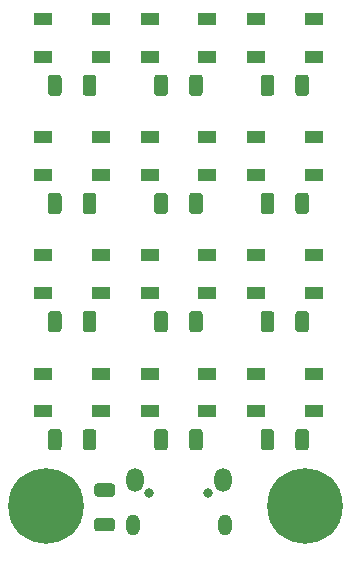
<source format=gbr>
%TF.GenerationSoftware,KiCad,Pcbnew,(5.1.12-1-10_14)*%
%TF.CreationDate,2022-01-26T17:57:44+01:00*%
%TF.ProjectId,tiny-led-esp32,74696e79-2d6c-4656-942d-65737033322e,rev?*%
%TF.SameCoordinates,Original*%
%TF.FileFunction,Soldermask,Top*%
%TF.FilePolarity,Negative*%
%FSLAX46Y46*%
G04 Gerber Fmt 4.6, Leading zero omitted, Abs format (unit mm)*
G04 Created by KiCad (PCBNEW (5.1.12-1-10_14)) date 2022-01-26 17:57:44*
%MOMM*%
%LPD*%
G01*
G04 APERTURE LIST*
%ADD10C,0.800000*%
%ADD11C,6.400000*%
%ADD12O,0.800000X0.800000*%
%ADD13O,1.150000X1.800000*%
%ADD14O,1.450000X2.000000*%
%ADD15R,1.500000X1.000000*%
G04 APERTURE END LIST*
D10*
%TO.C,H2*%
X165400056Y-123905944D03*
X163703000Y-123203000D03*
X162005944Y-123905944D03*
X161303000Y-125603000D03*
X162005944Y-127300056D03*
X163703000Y-128003000D03*
X165400056Y-127300056D03*
X166103000Y-125603000D03*
D11*
X163703000Y-125603000D03*
%TD*%
D10*
%TO.C,H1*%
X143505256Y-123905944D03*
X141808200Y-123203000D03*
X140111144Y-123905944D03*
X139408200Y-125603000D03*
X140111144Y-127300056D03*
X141808200Y-128003000D03*
X143505256Y-127300056D03*
X144208200Y-125603000D03*
D11*
X141808200Y-125603000D03*
%TD*%
%TO.C,R1*%
G36*
G01*
X147373501Y-124832000D02*
X146123499Y-124832000D01*
G75*
G02*
X145873500Y-124582001I0J249999D01*
G01*
X145873500Y-123956999D01*
G75*
G02*
X146123499Y-123707000I249999J0D01*
G01*
X147373501Y-123707000D01*
G75*
G02*
X147623500Y-123956999I0J-249999D01*
G01*
X147623500Y-124582001D01*
G75*
G02*
X147373501Y-124832000I-249999J0D01*
G01*
G37*
G36*
G01*
X147373501Y-127757000D02*
X146123499Y-127757000D01*
G75*
G02*
X145873500Y-127507001I0J249999D01*
G01*
X145873500Y-126881999D01*
G75*
G02*
X146123499Y-126632000I249999J0D01*
G01*
X147373501Y-126632000D01*
G75*
G02*
X147623500Y-126881999I0J-249999D01*
G01*
X147623500Y-127507001D01*
G75*
G02*
X147373501Y-127757000I-249999J0D01*
G01*
G37*
%TD*%
%TO.C,C13*%
G36*
G01*
X161100000Y-119349999D02*
X161100000Y-120650001D01*
G75*
G02*
X160850001Y-120900000I-249999J0D01*
G01*
X160199999Y-120900000D01*
G75*
G02*
X159950000Y-120650001I0J249999D01*
G01*
X159950000Y-119349999D01*
G75*
G02*
X160199999Y-119100000I249999J0D01*
G01*
X160850001Y-119100000D01*
G75*
G02*
X161100000Y-119349999I0J-249999D01*
G01*
G37*
G36*
G01*
X164050000Y-119349999D02*
X164050000Y-120650001D01*
G75*
G02*
X163800001Y-120900000I-249999J0D01*
G01*
X163149999Y-120900000D01*
G75*
G02*
X162900000Y-120650001I0J249999D01*
G01*
X162900000Y-119349999D01*
G75*
G02*
X163149999Y-119100000I249999J0D01*
G01*
X163800001Y-119100000D01*
G75*
G02*
X164050000Y-119349999I0J-249999D01*
G01*
G37*
%TD*%
%TO.C,C12*%
G36*
G01*
X152100000Y-119349999D02*
X152100000Y-120650001D01*
G75*
G02*
X151850001Y-120900000I-249999J0D01*
G01*
X151199999Y-120900000D01*
G75*
G02*
X150950000Y-120650001I0J249999D01*
G01*
X150950000Y-119349999D01*
G75*
G02*
X151199999Y-119100000I249999J0D01*
G01*
X151850001Y-119100000D01*
G75*
G02*
X152100000Y-119349999I0J-249999D01*
G01*
G37*
G36*
G01*
X155050000Y-119349999D02*
X155050000Y-120650001D01*
G75*
G02*
X154800001Y-120900000I-249999J0D01*
G01*
X154149999Y-120900000D01*
G75*
G02*
X153900000Y-120650001I0J249999D01*
G01*
X153900000Y-119349999D01*
G75*
G02*
X154149999Y-119100000I249999J0D01*
G01*
X154800001Y-119100000D01*
G75*
G02*
X155050000Y-119349999I0J-249999D01*
G01*
G37*
%TD*%
%TO.C,C11*%
G36*
G01*
X143100000Y-119349999D02*
X143100000Y-120650001D01*
G75*
G02*
X142850001Y-120900000I-249999J0D01*
G01*
X142199999Y-120900000D01*
G75*
G02*
X141950000Y-120650001I0J249999D01*
G01*
X141950000Y-119349999D01*
G75*
G02*
X142199999Y-119100000I249999J0D01*
G01*
X142850001Y-119100000D01*
G75*
G02*
X143100000Y-119349999I0J-249999D01*
G01*
G37*
G36*
G01*
X146050000Y-119349999D02*
X146050000Y-120650001D01*
G75*
G02*
X145800001Y-120900000I-249999J0D01*
G01*
X145149999Y-120900000D01*
G75*
G02*
X144900000Y-120650001I0J249999D01*
G01*
X144900000Y-119349999D01*
G75*
G02*
X145149999Y-119100000I249999J0D01*
G01*
X145800001Y-119100000D01*
G75*
G02*
X146050000Y-119349999I0J-249999D01*
G01*
G37*
%TD*%
%TO.C,C10*%
G36*
G01*
X144900000Y-110650001D02*
X144900000Y-109349999D01*
G75*
G02*
X145149999Y-109100000I249999J0D01*
G01*
X145800001Y-109100000D01*
G75*
G02*
X146050000Y-109349999I0J-249999D01*
G01*
X146050000Y-110650001D01*
G75*
G02*
X145800001Y-110900000I-249999J0D01*
G01*
X145149999Y-110900000D01*
G75*
G02*
X144900000Y-110650001I0J249999D01*
G01*
G37*
G36*
G01*
X141950000Y-110650001D02*
X141950000Y-109349999D01*
G75*
G02*
X142199999Y-109100000I249999J0D01*
G01*
X142850001Y-109100000D01*
G75*
G02*
X143100000Y-109349999I0J-249999D01*
G01*
X143100000Y-110650001D01*
G75*
G02*
X142850001Y-110900000I-249999J0D01*
G01*
X142199999Y-110900000D01*
G75*
G02*
X141950000Y-110650001I0J249999D01*
G01*
G37*
%TD*%
%TO.C,C9*%
G36*
G01*
X153900000Y-110650001D02*
X153900000Y-109349999D01*
G75*
G02*
X154149999Y-109100000I249999J0D01*
G01*
X154800001Y-109100000D01*
G75*
G02*
X155050000Y-109349999I0J-249999D01*
G01*
X155050000Y-110650001D01*
G75*
G02*
X154800001Y-110900000I-249999J0D01*
G01*
X154149999Y-110900000D01*
G75*
G02*
X153900000Y-110650001I0J249999D01*
G01*
G37*
G36*
G01*
X150950000Y-110650001D02*
X150950000Y-109349999D01*
G75*
G02*
X151199999Y-109100000I249999J0D01*
G01*
X151850001Y-109100000D01*
G75*
G02*
X152100000Y-109349999I0J-249999D01*
G01*
X152100000Y-110650001D01*
G75*
G02*
X151850001Y-110900000I-249999J0D01*
G01*
X151199999Y-110900000D01*
G75*
G02*
X150950000Y-110650001I0J249999D01*
G01*
G37*
%TD*%
%TO.C,C8*%
G36*
G01*
X162900000Y-110650001D02*
X162900000Y-109349999D01*
G75*
G02*
X163149999Y-109100000I249999J0D01*
G01*
X163800001Y-109100000D01*
G75*
G02*
X164050000Y-109349999I0J-249999D01*
G01*
X164050000Y-110650001D01*
G75*
G02*
X163800001Y-110900000I-249999J0D01*
G01*
X163149999Y-110900000D01*
G75*
G02*
X162900000Y-110650001I0J249999D01*
G01*
G37*
G36*
G01*
X159950000Y-110650001D02*
X159950000Y-109349999D01*
G75*
G02*
X160199999Y-109100000I249999J0D01*
G01*
X160850001Y-109100000D01*
G75*
G02*
X161100000Y-109349999I0J-249999D01*
G01*
X161100000Y-110650001D01*
G75*
G02*
X160850001Y-110900000I-249999J0D01*
G01*
X160199999Y-110900000D01*
G75*
G02*
X159950000Y-110650001I0J249999D01*
G01*
G37*
%TD*%
%TO.C,C7*%
G36*
G01*
X161100000Y-99349999D02*
X161100000Y-100650001D01*
G75*
G02*
X160850001Y-100900000I-249999J0D01*
G01*
X160199999Y-100900000D01*
G75*
G02*
X159950000Y-100650001I0J249999D01*
G01*
X159950000Y-99349999D01*
G75*
G02*
X160199999Y-99100000I249999J0D01*
G01*
X160850001Y-99100000D01*
G75*
G02*
X161100000Y-99349999I0J-249999D01*
G01*
G37*
G36*
G01*
X164050000Y-99349999D02*
X164050000Y-100650001D01*
G75*
G02*
X163800001Y-100900000I-249999J0D01*
G01*
X163149999Y-100900000D01*
G75*
G02*
X162900000Y-100650001I0J249999D01*
G01*
X162900000Y-99349999D01*
G75*
G02*
X163149999Y-99100000I249999J0D01*
G01*
X163800001Y-99100000D01*
G75*
G02*
X164050000Y-99349999I0J-249999D01*
G01*
G37*
%TD*%
%TO.C,C6*%
G36*
G01*
X152100000Y-99349999D02*
X152100000Y-100650001D01*
G75*
G02*
X151850001Y-100900000I-249999J0D01*
G01*
X151199999Y-100900000D01*
G75*
G02*
X150950000Y-100650001I0J249999D01*
G01*
X150950000Y-99349999D01*
G75*
G02*
X151199999Y-99100000I249999J0D01*
G01*
X151850001Y-99100000D01*
G75*
G02*
X152100000Y-99349999I0J-249999D01*
G01*
G37*
G36*
G01*
X155050000Y-99349999D02*
X155050000Y-100650001D01*
G75*
G02*
X154800001Y-100900000I-249999J0D01*
G01*
X154149999Y-100900000D01*
G75*
G02*
X153900000Y-100650001I0J249999D01*
G01*
X153900000Y-99349999D01*
G75*
G02*
X154149999Y-99100000I249999J0D01*
G01*
X154800001Y-99100000D01*
G75*
G02*
X155050000Y-99349999I0J-249999D01*
G01*
G37*
%TD*%
%TO.C,C5*%
G36*
G01*
X143100000Y-99349999D02*
X143100000Y-100650001D01*
G75*
G02*
X142850001Y-100900000I-249999J0D01*
G01*
X142199999Y-100900000D01*
G75*
G02*
X141950000Y-100650001I0J249999D01*
G01*
X141950000Y-99349999D01*
G75*
G02*
X142199999Y-99100000I249999J0D01*
G01*
X142850001Y-99100000D01*
G75*
G02*
X143100000Y-99349999I0J-249999D01*
G01*
G37*
G36*
G01*
X146050000Y-99349999D02*
X146050000Y-100650001D01*
G75*
G02*
X145800001Y-100900000I-249999J0D01*
G01*
X145149999Y-100900000D01*
G75*
G02*
X144900000Y-100650001I0J249999D01*
G01*
X144900000Y-99349999D01*
G75*
G02*
X145149999Y-99100000I249999J0D01*
G01*
X145800001Y-99100000D01*
G75*
G02*
X146050000Y-99349999I0J-249999D01*
G01*
G37*
%TD*%
%TO.C,C4*%
G36*
G01*
X144900000Y-90650001D02*
X144900000Y-89349999D01*
G75*
G02*
X145149999Y-89100000I249999J0D01*
G01*
X145800001Y-89100000D01*
G75*
G02*
X146050000Y-89349999I0J-249999D01*
G01*
X146050000Y-90650001D01*
G75*
G02*
X145800001Y-90900000I-249999J0D01*
G01*
X145149999Y-90900000D01*
G75*
G02*
X144900000Y-90650001I0J249999D01*
G01*
G37*
G36*
G01*
X141950000Y-90650001D02*
X141950000Y-89349999D01*
G75*
G02*
X142199999Y-89100000I249999J0D01*
G01*
X142850001Y-89100000D01*
G75*
G02*
X143100000Y-89349999I0J-249999D01*
G01*
X143100000Y-90650001D01*
G75*
G02*
X142850001Y-90900000I-249999J0D01*
G01*
X142199999Y-90900000D01*
G75*
G02*
X141950000Y-90650001I0J249999D01*
G01*
G37*
%TD*%
%TO.C,C3*%
G36*
G01*
X153900000Y-90650001D02*
X153900000Y-89349999D01*
G75*
G02*
X154149999Y-89100000I249999J0D01*
G01*
X154800001Y-89100000D01*
G75*
G02*
X155050000Y-89349999I0J-249999D01*
G01*
X155050000Y-90650001D01*
G75*
G02*
X154800001Y-90900000I-249999J0D01*
G01*
X154149999Y-90900000D01*
G75*
G02*
X153900000Y-90650001I0J249999D01*
G01*
G37*
G36*
G01*
X150950000Y-90650001D02*
X150950000Y-89349999D01*
G75*
G02*
X151199999Y-89100000I249999J0D01*
G01*
X151850001Y-89100000D01*
G75*
G02*
X152100000Y-89349999I0J-249999D01*
G01*
X152100000Y-90650001D01*
G75*
G02*
X151850001Y-90900000I-249999J0D01*
G01*
X151199999Y-90900000D01*
G75*
G02*
X150950000Y-90650001I0J249999D01*
G01*
G37*
%TD*%
%TO.C,C2*%
G36*
G01*
X162900000Y-90650001D02*
X162900000Y-89349999D01*
G75*
G02*
X163149999Y-89100000I249999J0D01*
G01*
X163800001Y-89100000D01*
G75*
G02*
X164050000Y-89349999I0J-249999D01*
G01*
X164050000Y-90650001D01*
G75*
G02*
X163800001Y-90900000I-249999J0D01*
G01*
X163149999Y-90900000D01*
G75*
G02*
X162900000Y-90650001I0J249999D01*
G01*
G37*
G36*
G01*
X159950000Y-90650001D02*
X159950000Y-89349999D01*
G75*
G02*
X160199999Y-89100000I249999J0D01*
G01*
X160850001Y-89100000D01*
G75*
G02*
X161100000Y-89349999I0J-249999D01*
G01*
X161100000Y-90650001D01*
G75*
G02*
X160850001Y-90900000I-249999J0D01*
G01*
X160199999Y-90900000D01*
G75*
G02*
X159950000Y-90650001I0J249999D01*
G01*
G37*
%TD*%
D12*
%TO.C,J1*%
X150535000Y-124485500D03*
X155535000Y-124485500D03*
D13*
X149160000Y-127235500D03*
X156910000Y-127235500D03*
D14*
X149310000Y-123435500D03*
X156760000Y-123435500D03*
%TD*%
D15*
%TO.C,D12*%
X164450000Y-117600000D03*
X164450000Y-114400000D03*
X159550000Y-117600000D03*
X159550000Y-114400000D03*
%TD*%
%TO.C,D11*%
X155450000Y-117600000D03*
X155450000Y-114400000D03*
X150550000Y-117600000D03*
X150550000Y-114400000D03*
%TD*%
%TO.C,D10*%
X146450000Y-117600000D03*
X146450000Y-114400000D03*
X141550000Y-117600000D03*
X141550000Y-114400000D03*
%TD*%
%TO.C,D9*%
X141550000Y-104400000D03*
X141550000Y-107600000D03*
X146450000Y-104400000D03*
X146450000Y-107600000D03*
%TD*%
%TO.C,D8*%
X150550000Y-104400000D03*
X150550000Y-107600000D03*
X155450000Y-104400000D03*
X155450000Y-107600000D03*
%TD*%
%TO.C,D7*%
X159550000Y-104400000D03*
X159550000Y-107600000D03*
X164450000Y-104400000D03*
X164450000Y-107600000D03*
%TD*%
%TO.C,D6*%
X164450000Y-97600000D03*
X164450000Y-94400000D03*
X159550000Y-97600000D03*
X159550000Y-94400000D03*
%TD*%
%TO.C,D5*%
X155450000Y-97600000D03*
X155450000Y-94400000D03*
X150550000Y-97600000D03*
X150550000Y-94400000D03*
%TD*%
%TO.C,D4*%
X146450000Y-97600000D03*
X146450000Y-94400000D03*
X141550000Y-97600000D03*
X141550000Y-94400000D03*
%TD*%
%TO.C,D3*%
X141550000Y-84400000D03*
X141550000Y-87600000D03*
X146450000Y-84400000D03*
X146450000Y-87600000D03*
%TD*%
%TO.C,D2*%
X150550000Y-84400000D03*
X150550000Y-87600000D03*
X155450000Y-84400000D03*
X155450000Y-87600000D03*
%TD*%
%TO.C,D1*%
X159550000Y-84400000D03*
X159550000Y-87600000D03*
X164450000Y-84400000D03*
X164450000Y-87600000D03*
%TD*%
M02*

</source>
